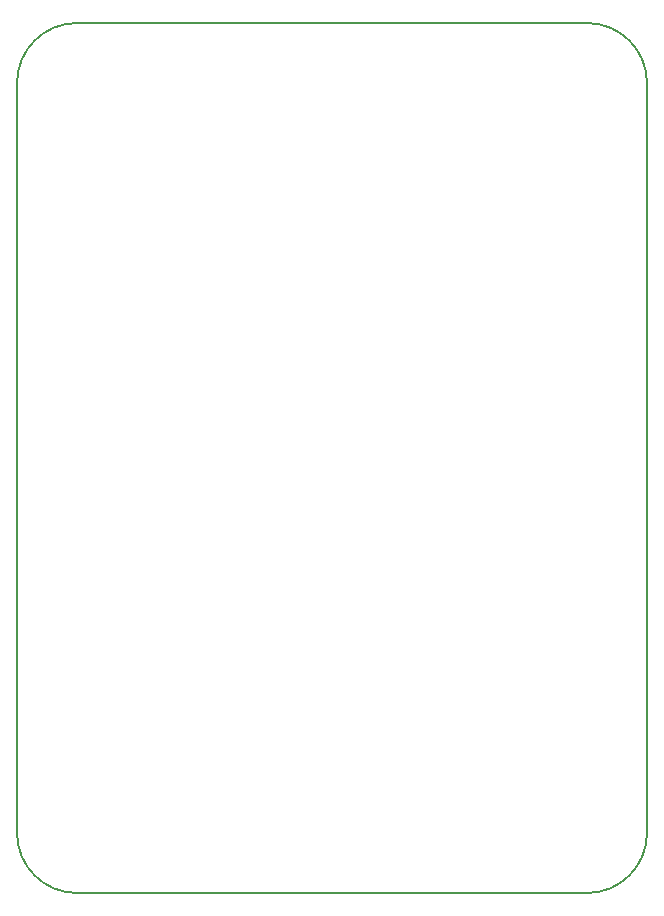
<source format=gm1>
%TF.GenerationSoftware,KiCad,Pcbnew,(5.0.0)*%
%TF.CreationDate,2018-10-23T17:17:04+02:00*%
%TF.ProjectId,S80 Breakout 2in,53383020427265616B6F75742032696E,1.0*%
%TF.SameCoordinates,Original*%
%TF.FileFunction,Profile,NP*%
%FSLAX46Y46*%
G04 Gerber Fmt 4.6, Leading zero omitted, Abs format (unit mm)*
G04 Created by KiCad (PCBNEW (5.0.0)) date 10/23/18 17:17:04*
%MOMM*%
%LPD*%
G01*
G04 APERTURE LIST*
%ADD10C,0.200000*%
G04 APERTURE END LIST*
D10*
X49530000Y-57150000D02*
G75*
G02X54610000Y-52070000I5080000J0D01*
G01*
X97790000Y-52070000D02*
G75*
G02X102870000Y-57150000I0J-5080000D01*
G01*
X102870000Y-120650000D02*
G75*
G02X97790000Y-125730000I-5080000J0D01*
G01*
X54610000Y-125730000D02*
G75*
G02X49530000Y-120650000I0J5080000D01*
G01*
X54610000Y-125730000D02*
X97790000Y-125730000D01*
X54610000Y-52070000D02*
X97790000Y-52070000D01*
X49530000Y-57150000D02*
X49530000Y-120650000D01*
X102870000Y-57150000D02*
X102870000Y-120650000D01*
M02*

</source>
